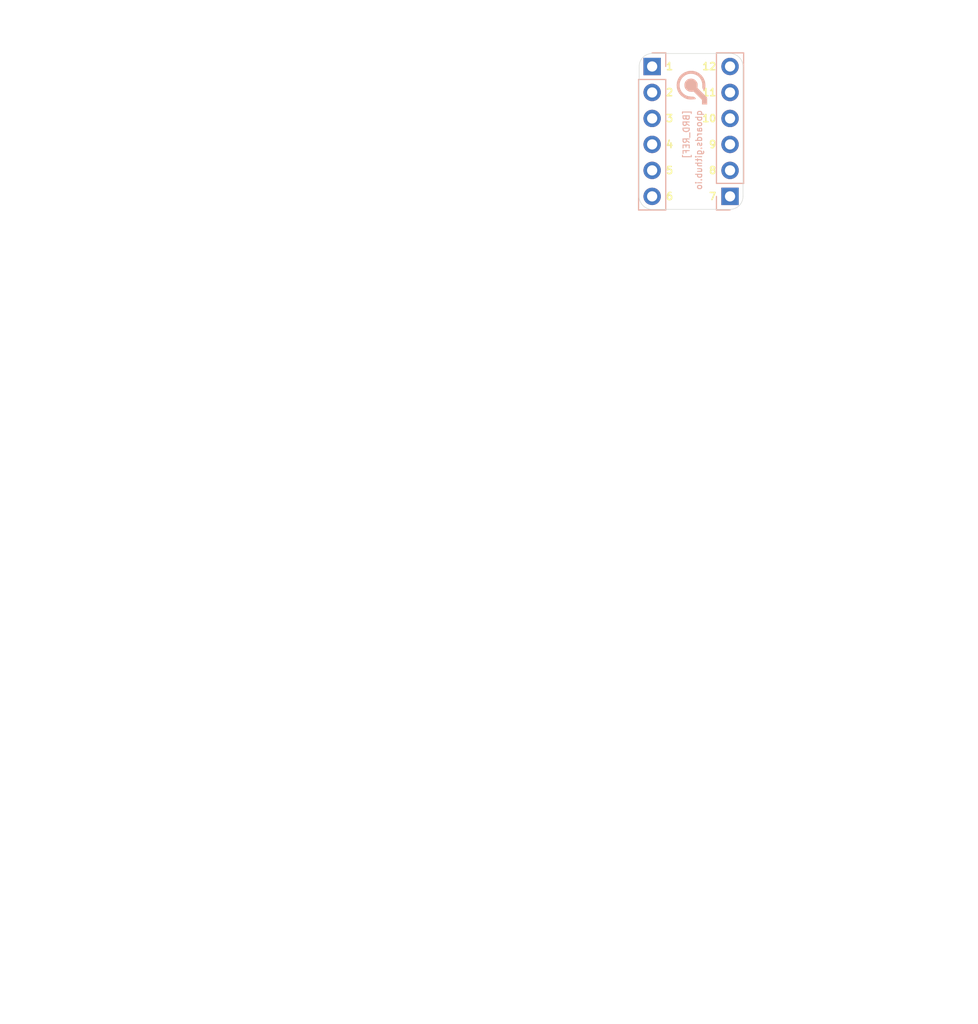
<source format=kicad_pcb>
(kicad_pcb (version 20171130) (host pcbnew "(5.1.2)-1")

  (general
    (thickness 1.2)
    (drawings 26)
    (tracks 0)
    (zones 0)
    (modules 4)
    (nets 1)
  )

  (page A4)
  (layers
    (0 F.Cu signal)
    (31 B.Cu signal hide)
    (32 B.Adhes user hide)
    (33 F.Adhes user hide)
    (34 B.Paste user hide)
    (35 F.Paste user)
    (36 B.SilkS user hide)
    (37 F.SilkS user)
    (38 B.Mask user hide)
    (39 F.Mask user)
    (40 Dwgs.User user hide)
    (41 Cmts.User user hide)
    (42 Eco1.User user hide)
    (43 Eco2.User user hide)
    (44 Edge.Cuts user)
    (45 Margin user hide)
    (46 B.CrtYd user hide)
    (47 F.CrtYd user)
    (48 B.Fab user hide)
    (49 F.Fab user)
  )

  (setup
    (last_trace_width 0.1524)
    (trace_clearance 0.1524)
    (zone_clearance 0.508)
    (zone_45_only no)
    (trace_min 0.1524)
    (via_size 0.8)
    (via_drill 0.4)
    (via_min_size 0.4)
    (via_min_drill 0.3048)
    (uvia_size 0.3)
    (uvia_drill 0.1)
    (uvias_allowed no)
    (uvia_min_size 0.2)
    (uvia_min_drill 0.1)
    (edge_width 0.05)
    (segment_width 0.2)
    (pcb_text_width 0.3)
    (pcb_text_size 1.5 1.5)
    (mod_edge_width 0.12)
    (mod_text_size 1 1)
    (mod_text_width 0.15)
    (pad_size 1.524 1.524)
    (pad_drill 0.762)
    (pad_to_mask_clearance 0.051)
    (solder_mask_min_width 0.25)
    (aux_axis_origin 0 0)
    (visible_elements FFFFEF7F)
    (pcbplotparams
      (layerselection 0x010fc_ffffffff)
      (usegerberextensions false)
      (usegerberattributes false)
      (usegerberadvancedattributes false)
      (creategerberjobfile false)
      (excludeedgelayer true)
      (linewidth 0.100000)
      (plotframeref false)
      (viasonmask false)
      (mode 1)
      (useauxorigin false)
      (hpglpennumber 1)
      (hpglpenspeed 20)
      (hpglpendiameter 15.000000)
      (psnegative false)
      (psa4output false)
      (plotreference true)
      (plotvalue true)
      (plotinvisibletext false)
      (padsonsilk false)
      (subtractmaskfromsilk false)
      (outputformat 1)
      (mirror false)
      (drillshape 1)
      (scaleselection 1)
      (outputdirectory ""))
  )

  (net 0 "")

  (net_class Default "This is the default net class."
    (clearance 0.1524)
    (trace_width 0.1524)
    (via_dia 0.8)
    (via_drill 0.4)
    (uvia_dia 0.3)
    (uvia_drill 0.1)
  )

  (module Connector_PinHeader_2.54mm:PinHeader_1x06_P2.54mm_Vertical (layer B.Cu) (tedit 59FED5CC) (tstamp 5CF8BDD6)
    (at 148.336 109.982)
    (descr "Through hole straight pin header, 1x06, 2.54mm pitch, single row")
    (tags "Through hole pin header THT 1x06 2.54mm single row")
    (fp_text reference REF** (at 0 2.33) (layer B.SilkS) hide
      (effects (font (size 1 1) (thickness 0.15)) (justify mirror))
    )
    (fp_text value PinHeader_1x06_P2.54mm_Vertical (at 0 -15.03) (layer B.Fab) hide
      (effects (font (size 1 1) (thickness 0.15)) (justify mirror))
    )
    (fp_line (start -0.635 1.27) (end 1.27 1.27) (layer B.Fab) (width 0.1))
    (fp_line (start 1.27 1.27) (end 1.27 -13.97) (layer B.Fab) (width 0.1))
    (fp_line (start 1.27 -13.97) (end -1.27 -13.97) (layer B.Fab) (width 0.1))
    (fp_line (start -1.27 -13.97) (end -1.27 0.635) (layer B.Fab) (width 0.1))
    (fp_line (start -1.27 0.635) (end -0.635 1.27) (layer B.Fab) (width 0.1))
    (fp_line (start -1.33 -14.03) (end 1.33 -14.03) (layer B.SilkS) (width 0.12))
    (fp_line (start -1.33 -1.27) (end -1.33 -14.03) (layer B.SilkS) (width 0.12))
    (fp_line (start 1.33 -1.27) (end 1.33 -14.03) (layer B.SilkS) (width 0.12))
    (fp_line (start -1.33 -1.27) (end 1.33 -1.27) (layer B.SilkS) (width 0.12))
    (fp_line (start -1.33 0) (end -1.33 1.33) (layer B.SilkS) (width 0.12))
    (fp_line (start -1.33 1.33) (end 0 1.33) (layer B.SilkS) (width 0.12))
    (fp_line (start -1.8 1.8) (end -1.8 -14.5) (layer B.CrtYd) (width 0.05))
    (fp_line (start -1.8 -14.5) (end 1.8 -14.5) (layer B.CrtYd) (width 0.05))
    (fp_line (start 1.8 -14.5) (end 1.8 1.8) (layer B.CrtYd) (width 0.05))
    (fp_line (start 1.8 1.8) (end -1.8 1.8) (layer B.CrtYd) (width 0.05))
    (fp_text user %R (at 0 -6.35 -90) (layer B.Fab) hide
      (effects (font (size 1 1) (thickness 0.15)) (justify mirror))
    )
    (pad 1 thru_hole rect (at 0 0) (size 1.7 1.7) (drill 1) (layers *.Cu *.Mask))
    (pad 2 thru_hole oval (at 0 -2.54) (size 1.7 1.7) (drill 1) (layers *.Cu *.Mask))
    (pad 3 thru_hole oval (at 0 -5.08) (size 1.7 1.7) (drill 1) (layers *.Cu *.Mask))
    (pad 4 thru_hole oval (at 0 -7.62) (size 1.7 1.7) (drill 1) (layers *.Cu *.Mask))
    (pad 5 thru_hole oval (at 0 -10.16) (size 1.7 1.7) (drill 1) (layers *.Cu *.Mask))
    (pad 6 thru_hole oval (at 0 -12.7) (size 1.7 1.7) (drill 1) (layers *.Cu *.Mask))
    (model ${KISYS3DMOD}/Connector_PinHeader_2.54mm.3dshapes/PinHeader_1x06_P2.54mm_Vertical.wrl
      (at (xyz 0 0 0))
      (scale (xyz 1 1 1))
      (rotate (xyz 0 0 0))
    )
  )

  (module Connector_PinHeader_2.54mm:PinHeader_1x06_P2.54mm_Vertical (layer B.Cu) (tedit 59FED5CC) (tstamp 5CF8BD2A)
    (at 140.716 97.282 180)
    (descr "Through hole straight pin header, 1x06, 2.54mm pitch, single row")
    (tags "Through hole pin header THT 1x06 2.54mm single row")
    (fp_text reference REF** (at 0 2.33) (layer B.SilkS) hide
      (effects (font (size 1 1) (thickness 0.15)) (justify mirror))
    )
    (fp_text value PinHeader_1x06_P2.54mm_Vertical (at 0 -15.03) (layer B.Fab) hide
      (effects (font (size 1 1) (thickness 0.15)) (justify mirror))
    )
    (fp_text user %R (at 0 -6.35 270) (layer B.Fab) hide
      (effects (font (size 1 1) (thickness 0.15)) (justify mirror))
    )
    (fp_line (start 1.8 1.8) (end -1.8 1.8) (layer B.CrtYd) (width 0.05))
    (fp_line (start 1.8 -14.5) (end 1.8 1.8) (layer B.CrtYd) (width 0.05))
    (fp_line (start -1.8 -14.5) (end 1.8 -14.5) (layer B.CrtYd) (width 0.05))
    (fp_line (start -1.8 1.8) (end -1.8 -14.5) (layer B.CrtYd) (width 0.05))
    (fp_line (start -1.33 1.33) (end 0 1.33) (layer B.SilkS) (width 0.12))
    (fp_line (start -1.33 0) (end -1.33 1.33) (layer B.SilkS) (width 0.12))
    (fp_line (start -1.33 -1.27) (end 1.33 -1.27) (layer B.SilkS) (width 0.12))
    (fp_line (start 1.33 -1.27) (end 1.33 -14.03) (layer B.SilkS) (width 0.12))
    (fp_line (start -1.33 -1.27) (end -1.33 -14.03) (layer B.SilkS) (width 0.12))
    (fp_line (start -1.33 -14.03) (end 1.33 -14.03) (layer B.SilkS) (width 0.12))
    (fp_line (start -1.27 0.635) (end -0.635 1.27) (layer B.Fab) (width 0.1))
    (fp_line (start -1.27 -13.97) (end -1.27 0.635) (layer B.Fab) (width 0.1))
    (fp_line (start 1.27 -13.97) (end -1.27 -13.97) (layer B.Fab) (width 0.1))
    (fp_line (start 1.27 1.27) (end 1.27 -13.97) (layer B.Fab) (width 0.1))
    (fp_line (start -0.635 1.27) (end 1.27 1.27) (layer B.Fab) (width 0.1))
    (pad 6 thru_hole oval (at 0 -12.7 180) (size 1.7 1.7) (drill 1) (layers *.Cu *.Mask))
    (pad 5 thru_hole oval (at 0 -10.16 180) (size 1.7 1.7) (drill 1) (layers *.Cu *.Mask))
    (pad 4 thru_hole oval (at 0 -7.62 180) (size 1.7 1.7) (drill 1) (layers *.Cu *.Mask))
    (pad 3 thru_hole oval (at 0 -5.08 180) (size 1.7 1.7) (drill 1) (layers *.Cu *.Mask))
    (pad 2 thru_hole oval (at 0 -2.54 180) (size 1.7 1.7) (drill 1) (layers *.Cu *.Mask))
    (pad 1 thru_hole rect (at 0 0 180) (size 1.7 1.7) (drill 1) (layers *.Cu *.Mask))
    (model ${KISYS3DMOD}/Connector_PinHeader_2.54mm.3dshapes/PinHeader_1x06_P2.54mm_Vertical.wrl
      (at (xyz 0 0 0))
      (scale (xyz 1 1 1))
      (rotate (xyz 0 0 0))
    )
  )

  (module qboards_aesthetics:breadboard-guide (layer F.Cu) (tedit 5CF80C42) (tstamp 5CF88CB1)
    (at 120.396 92.202)
    (fp_text reference REF** (at 53.34 10.16 90) (layer F.SilkS) hide
      (effects (font (size 1 1) (thickness 0.15)))
    )
    (fp_text value breadboard-guide (at -5.08 11.43 90) (layer F.Fab) hide
      (effects (font (size 1 1) (thickness 0.15)))
    )
    (fp_line (start 52.07 24.13) (end 52.07 -1.27) (layer F.Fab) (width 0.3))
    (fp_line (start -3.81 24.13) (end -3.81 -1.27) (layer F.Fab) (width 0.3))
    (fp_circle (center 15.24 22.86) (end 15.763634 22.86) (layer F.Fab) (width 0.4))
    (fp_circle (center 15.24 20.32) (end 15.763634 20.32) (layer F.Fab) (width 0.4))
    (fp_circle (center 15.24 17.78) (end 15.763634 17.78) (layer F.Fab) (width 0.4))
    (fp_circle (center 15.24 15.24) (end 15.763634 15.24) (layer F.Fab) (width 0.4))
    (fp_circle (center 15.24 12.7) (end 15.763634 12.7) (layer F.Fab) (width 0.4))
    (fp_circle (center 15.24 10.16) (end 15.763634 10.16) (layer F.Fab) (width 0.4))
    (fp_circle (center 15.24 7.62) (end 15.763634 7.62) (layer F.Fab) (width 0.4))
    (fp_circle (center 15.24 5.08) (end 15.763634 5.08) (layer F.Fab) (width 0.4))
    (fp_circle (center 15.24 2.54) (end 15.763634 2.54) (layer F.Fab) (width 0.4))
    (fp_circle (center 27.94 22.86) (end 28.463634 22.86) (layer F.Fab) (width 0.4))
    (fp_circle (center 27.94 20.32) (end 28.463634 20.32) (layer F.Fab) (width 0.4))
    (fp_circle (center 27.94 17.78) (end 28.463634 17.78) (layer F.Fab) (width 0.4))
    (fp_circle (center 27.94 15.24) (end 28.463634 15.24) (layer F.Fab) (width 0.4))
    (fp_circle (center 27.94 12.7) (end 28.463634 12.7) (layer F.Fab) (width 0.4))
    (fp_circle (center 27.94 10.16) (end 28.463634 10.16) (layer F.Fab) (width 0.4))
    (fp_circle (center 27.94 7.62) (end 28.463634 7.62) (layer F.Fab) (width 0.4))
    (fp_circle (center 27.94 5.08) (end 28.463634 5.08) (layer F.Fab) (width 0.4))
    (fp_circle (center 27.94 2.54) (end 28.463634 2.54) (layer F.Fab) (width 0.4))
    (fp_circle (center 2.524366 22.86) (end 3.048 22.86) (layer F.Fab) (width 0.4))
    (fp_circle (center 2.524366 20.32) (end 3.048 20.32) (layer F.Fab) (width 0.4))
    (fp_circle (center 2.524366 17.78) (end 3.048 17.78) (layer F.Fab) (width 0.4))
    (fp_circle (center 2.524366 15.24) (end 3.048 15.24) (layer F.Fab) (width 0.4))
    (fp_circle (center 2.524366 12.7) (end 3.048 12.7) (layer F.Fab) (width 0.4))
    (fp_circle (center 2.524366 10.16) (end 3.048 10.16) (layer F.Fab) (width 0.4))
    (fp_circle (center 2.524366 7.62) (end 3.048 7.62) (layer F.Fab) (width 0.4))
    (fp_circle (center 2.524366 5.08) (end 3.048 5.08) (layer F.Fab) (width 0.4))
    (fp_circle (center 2.524366 2.54) (end 3.048 2.54) (layer F.Fab) (width 0.4))
    (fp_circle (center 12.7 22.86) (end 13.223634 22.86) (layer F.Fab) (width 0.4))
    (fp_circle (center 12.7 20.32) (end 13.223634 20.32) (layer F.Fab) (width 0.4))
    (fp_circle (center 12.7 17.78) (end 13.223634 17.78) (layer F.Fab) (width 0.4))
    (fp_circle (center 12.7 15.24) (end 13.223634 15.24) (layer F.Fab) (width 0.4))
    (fp_circle (center 12.7 12.7) (end 13.223634 12.7) (layer F.Fab) (width 0.4))
    (fp_circle (center 12.7 10.16) (end 13.223634 10.16) (layer F.Fab) (width 0.4))
    (fp_circle (center 12.7 7.62) (end 13.223634 7.62) (layer F.Fab) (width 0.4))
    (fp_circle (center 12.7 5.08) (end 13.223634 5.08) (layer F.Fab) (width 0.4))
    (fp_circle (center 12.7 2.54) (end 13.223634 2.54) (layer F.Fab) (width 0.4))
    (fp_circle (center 17.78 22.86) (end 18.303634 22.86) (layer F.Fab) (width 0.4))
    (fp_circle (center 17.78 20.32) (end 18.303634 20.32) (layer F.Fab) (width 0.4))
    (fp_circle (center 17.78 17.78) (end 18.303634 17.78) (layer F.Fab) (width 0.4))
    (fp_circle (center 17.78 15.24) (end 18.303634 15.24) (layer F.Fab) (width 0.4))
    (fp_circle (center 17.78 12.7) (end 18.303634 12.7) (layer F.Fab) (width 0.4))
    (fp_circle (center 17.78 10.16) (end 18.303634 10.16) (layer F.Fab) (width 0.4))
    (fp_circle (center 17.78 7.62) (end 18.303634 7.62) (layer F.Fab) (width 0.4))
    (fp_circle (center 17.78 5.08) (end 18.303634 5.08) (layer F.Fab) (width 0.4))
    (fp_circle (center 17.78 2.54) (end 18.303634 2.54) (layer F.Fab) (width 0.4))
    (fp_circle (center 48.244366 22.86) (end 48.768 22.86) (layer F.Fab) (width 0.4))
    (fp_circle (center 48.244366 20.32) (end 48.768 20.32) (layer F.Fab) (width 0.4))
    (fp_circle (center 48.244366 17.78) (end 48.768 17.78) (layer F.Fab) (width 0.4))
    (fp_circle (center 48.244366 15.24) (end 48.768 15.24) (layer F.Fab) (width 0.4))
    (fp_circle (center 48.244366 12.7) (end 48.768 12.7) (layer F.Fab) (width 0.4))
    (fp_circle (center 48.244366 10.16) (end 48.768 10.16) (layer F.Fab) (width 0.4))
    (fp_circle (center 48.244366 7.62) (end 48.768 7.62) (layer F.Fab) (width 0.4))
    (fp_circle (center 48.244366 5.08) (end 48.768 5.08) (layer F.Fab) (width 0.4))
    (fp_circle (center 48.244366 2.54) (end 48.768 2.54) (layer F.Fab) (width 0.4))
    (fp_circle (center 45.72 22.86) (end 46.243634 22.86) (layer F.Fab) (width 0.4))
    (fp_circle (center 45.72 20.32) (end 46.243634 20.32) (layer F.Fab) (width 0.4))
    (fp_circle (center 45.72 17.78) (end 46.243634 17.78) (layer F.Fab) (width 0.4))
    (fp_circle (center 45.72 15.24) (end 46.243634 15.24) (layer F.Fab) (width 0.4))
    (fp_circle (center 45.72 12.7) (end 46.243634 12.7) (layer F.Fab) (width 0.4))
    (fp_circle (center 45.72 10.16) (end 46.243634 10.16) (layer F.Fab) (width 0.4))
    (fp_circle (center 45.72 7.62) (end 46.243634 7.62) (layer F.Fab) (width 0.4))
    (fp_circle (center 45.72 5.08) (end 46.243634 5.08) (layer F.Fab) (width 0.4))
    (fp_circle (center 45.72 2.54) (end 46.243634 2.54) (layer F.Fab) (width 0.4))
    (fp_circle (center 0 22.86) (end 0.523634 22.86) (layer F.Fab) (width 0.4))
    (fp_circle (center 0 20.32) (end 0.523634 20.32) (layer F.Fab) (width 0.4))
    (fp_circle (center 0 17.78) (end 0.523634 17.78) (layer F.Fab) (width 0.4))
    (fp_circle (center 0 15.24) (end 0.523634 15.24) (layer F.Fab) (width 0.4))
    (fp_circle (center 0 12.7) (end 0.523634 12.7) (layer F.Fab) (width 0.4))
    (fp_circle (center 0 10.16) (end 0.523634 10.16) (layer F.Fab) (width 0.4))
    (fp_circle (center 0 7.62) (end 0.523634 7.62) (layer F.Fab) (width 0.4))
    (fp_circle (center 0 5.08) (end 0.523634 5.08) (layer F.Fab) (width 0.4))
    (fp_circle (center 0 2.54) (end 0.523634 2.54) (layer F.Fab) (width 0.4))
    (fp_circle (center 20.304366 22.86) (end 20.828 22.86) (layer F.Fab) (width 0.4))
    (fp_circle (center 20.304366 20.32) (end 20.828 20.32) (layer F.Fab) (width 0.4))
    (fp_circle (center 20.304366 17.78) (end 20.828 17.78) (layer F.Fab) (width 0.4))
    (fp_circle (center 20.304366 15.24) (end 20.828 15.24) (layer F.Fab) (width 0.4))
    (fp_circle (center 20.304366 12.7) (end 20.828 12.7) (layer F.Fab) (width 0.4))
    (fp_circle (center 20.304366 10.16) (end 20.828 10.16) (layer F.Fab) (width 0.4))
    (fp_circle (center 20.304366 7.62) (end 20.828 7.62) (layer F.Fab) (width 0.4))
    (fp_circle (center 20.304366 5.08) (end 20.828 5.08) (layer F.Fab) (width 0.4))
    (fp_circle (center 20.304366 2.54) (end 20.828 2.54) (layer F.Fab) (width 0.4))
    (fp_circle (center 10.16 22.86) (end 10.683634 22.86) (layer F.Fab) (width 0.4))
    (fp_circle (center 10.16 20.32) (end 10.683634 20.32) (layer F.Fab) (width 0.4))
    (fp_circle (center 10.16 17.78) (end 10.683634 17.78) (layer F.Fab) (width 0.4))
    (fp_circle (center 10.16 15.24) (end 10.683634 15.24) (layer F.Fab) (width 0.4))
    (fp_circle (center 10.16 12.7) (end 10.683634 12.7) (layer F.Fab) (width 0.4))
    (fp_circle (center 10.16 10.16) (end 10.683634 10.16) (layer F.Fab) (width 0.4))
    (fp_circle (center 10.16 7.62) (end 10.683634 7.62) (layer F.Fab) (width 0.4))
    (fp_circle (center 10.16 5.08) (end 10.683634 5.08) (layer F.Fab) (width 0.4))
    (fp_circle (center 10.16 2.54) (end 10.683634 2.54) (layer F.Fab) (width 0.4))
    (fp_circle (center 33.02 22.86) (end 33.543634 22.86) (layer F.Fab) (width 0.4))
    (fp_circle (center 33.02 20.32) (end 33.543634 20.32) (layer F.Fab) (width 0.4))
    (fp_circle (center 33.02 17.78) (end 33.543634 17.78) (layer F.Fab) (width 0.4))
    (fp_circle (center 33.02 15.24) (end 33.543634 15.24) (layer F.Fab) (width 0.4))
    (fp_circle (center 33.02 12.7) (end 33.543634 12.7) (layer F.Fab) (width 0.4))
    (fp_circle (center 33.02 10.16) (end 33.543634 10.16) (layer F.Fab) (width 0.4))
    (fp_circle (center 33.02 7.62) (end 33.543634 7.62) (layer F.Fab) (width 0.4))
    (fp_circle (center 33.02 5.08) (end 33.543634 5.08) (layer F.Fab) (width 0.4))
    (fp_circle (center 33.02 2.54) (end 33.543634 2.54) (layer F.Fab) (width 0.4))
    (fp_circle (center 30.48 22.86) (end 31.003634 22.86) (layer F.Fab) (width 0.4))
    (fp_circle (center 30.48 20.32) (end 31.003634 20.32) (layer F.Fab) (width 0.4))
    (fp_circle (center 30.48 17.78) (end 31.003634 17.78) (layer F.Fab) (width 0.4))
    (fp_circle (center 30.48 15.24) (end 31.003634 15.24) (layer F.Fab) (width 0.4))
    (fp_circle (center 30.48 12.7) (end 31.003634 12.7) (layer F.Fab) (width 0.4))
    (fp_circle (center 30.48 10.16) (end 31.003634 10.16) (layer F.Fab) (width 0.4))
    (fp_circle (center 30.48 7.62) (end 31.003634 7.62) (layer F.Fab) (width 0.4))
    (fp_circle (center 30.48 5.08) (end 31.003634 5.08) (layer F.Fab) (width 0.4))
    (fp_circle (center 30.48 2.54) (end 31.003634 2.54) (layer F.Fab) (width 0.4))
    (fp_circle (center 35.56 22.86) (end 36.083634 22.86) (layer F.Fab) (width 0.4))
    (fp_circle (center 35.56 20.32) (end 36.083634 20.32) (layer F.Fab) (width 0.4))
    (fp_circle (center 35.56 17.78) (end 36.083634 17.78) (layer F.Fab) (width 0.4))
    (fp_circle (center 35.56 15.24) (end 36.083634 15.24) (layer F.Fab) (width 0.4))
    (fp_circle (center 35.56 12.7) (end 36.083634 12.7) (layer F.Fab) (width 0.4))
    (fp_circle (center 35.56 10.16) (end 36.083634 10.16) (layer F.Fab) (width 0.4))
    (fp_circle (center 35.56 7.62) (end 36.083634 7.62) (layer F.Fab) (width 0.4))
    (fp_circle (center 35.56 5.08) (end 36.083634 5.08) (layer F.Fab) (width 0.4))
    (fp_circle (center 35.56 2.54) (end 36.083634 2.54) (layer F.Fab) (width 0.4))
    (fp_circle (center 38.084366 22.86) (end 38.608 22.86) (layer F.Fab) (width 0.4))
    (fp_circle (center 38.084366 20.32) (end 38.608 20.32) (layer F.Fab) (width 0.4))
    (fp_circle (center 38.084366 17.78) (end 38.608 17.78) (layer F.Fab) (width 0.4))
    (fp_circle (center 38.084366 15.24) (end 38.608 15.24) (layer F.Fab) (width 0.4))
    (fp_circle (center 38.084366 12.7) (end 38.608 12.7) (layer F.Fab) (width 0.4))
    (fp_circle (center 38.084366 10.16) (end 38.608 10.16) (layer F.Fab) (width 0.4))
    (fp_circle (center 38.084366 7.62) (end 38.608 7.62) (layer F.Fab) (width 0.4))
    (fp_circle (center 38.084366 5.08) (end 38.608 5.08) (layer F.Fab) (width 0.4))
    (fp_circle (center 38.084366 2.54) (end 38.608 2.54) (layer F.Fab) (width 0.4))
    (fp_circle (center 10.16 0) (end 10.683634 0) (layer F.Fab) (width 0.4))
    (fp_circle (center 15.24 0) (end 15.763634 0) (layer F.Fab) (width 0.4))
    (fp_circle (center 12.7 0) (end 13.223634 0) (layer F.Fab) (width 0.4))
    (fp_circle (center 17.78 0) (end 18.303634 0) (layer F.Fab) (width 0.4))
    (fp_circle (center 20.304366 0) (end 20.828 0) (layer F.Fab) (width 0.4))
    (fp_circle (center 2.524366 0) (end 3.048 0) (layer F.Fab) (width 0.4))
    (fp_circle (center 0 0) (end 0.523634 0) (layer F.Fab) (width 0.4))
    (fp_circle (center 45.72 0) (end 46.243634 0) (layer F.Fab) (width 0.4))
    (fp_circle (center 48.244366 0) (end 48.768 0) (layer F.Fab) (width 0.4))
    (fp_circle (center 27.94 0) (end 28.463634 0) (layer F.Fab) (width 0.4))
    (fp_circle (center 30.48 0) (end 31.003634 0) (layer F.Fab) (width 0.4))
    (fp_circle (center 33.02 0) (end 33.543634 0) (layer F.Fab) (width 0.4))
    (fp_circle (center 35.56 0) (end 36.083634 0) (layer F.Fab) (width 0.4))
    (fp_circle (center 38.084366 0) (end 38.608 0) (layer F.Fab) (width 0.4))
  )

  (module qboards_aesthetics:logo_url-3mm (layer B.Cu) (tedit 5CF579B1) (tstamp 5CF87F55)
    (at 144.526 99.06 270)
    (fp_text reference [BRD_REF] (at 2.4384 0.4572 90) (layer B.SilkS)
      (effects (font (size 0.6 0.6) (thickness 0.1)) (justify left mirror))
    )
    (fp_text value LOGO_BRD_REF (at 0 -2.3622 90) (layer B.SilkS) hide
      (effects (font (size 0.6 0.6) (thickness 0.1)) (justify mirror))
    )
    (fp_text user qboards.github.io (at 2.4384 -0.762 90) (layer B.SilkS)
      (effects (font (size 0.6 0.6) (thickness 0.1)) (justify left mirror))
    )
    (fp_poly (pts (xy 0.301751 1.394461) (xy 0.582667 1.316111) (xy 0.844161 1.176542) (xy 1.075553 0.974514)
      (xy 1.266161 0.708785) (xy 1.303875 0.636973) (xy 1.37773 0.475836) (xy 1.419998 0.342842)
      (xy 1.439126 0.20029) (xy 1.443566 0.013664) (xy 1.439594 -0.157438) (xy 1.429078 -0.303015)
      (xy 1.414115 -0.396238) (xy 1.410711 -0.406392) (xy 1.383931 -0.456332) (xy 1.348489 -0.45341)
      (xy 1.279461 -0.394371) (xy 1.273128 -0.388429) (xy 1.21484 -0.321997) (xy 1.182885 -0.243632)
      (xy 1.169652 -0.126196) (xy 1.16747 -0.011671) (xy 1.130012 0.29018) (xy 1.02716 0.553497)
      (xy 0.869991 0.773577) (xy 0.669584 0.945712) (xy 0.437018 1.065199) (xy 0.183372 1.127332)
      (xy -0.080277 1.127405) (xy -0.342849 1.060714) (xy -0.593266 0.922552) (xy -0.738616 0.797882)
      (xy -0.922376 0.561969) (xy -1.032169 0.306442) (xy -1.072891 0.042499) (xy -1.049439 -0.218666)
      (xy -0.966708 -0.465853) (xy -0.829594 -0.687868) (xy -0.642992 -0.873513) (xy -0.411797 -1.011592)
      (xy -0.140906 -1.090908) (xy 0.09333 -1.104832) (xy 0.248968 -1.102978) (xy 0.34842 -1.116252)
      (xy 0.419803 -1.151909) (xy 0.478353 -1.204178) (xy 0.587693 -1.313518) (xy 0.422963 -1.359256)
      (xy 0.178868 -1.397375) (xy -0.090528 -1.392549) (xy -0.338117 -1.345713) (xy -0.343492 -1.344052)
      (xy -0.660977 -1.204782) (xy -0.925946 -1.007348) (xy -1.132568 -0.76185) (xy -1.275016 -0.47839)
      (xy -1.347458 -0.167068) (xy -1.344068 0.162016) (xy -1.311358 0.333052) (xy -1.193529 0.648479)
      (xy -1.020362 0.911375) (xy -0.802536 1.1205) (xy -0.550731 1.274612) (xy -0.275628 1.372471)
      (xy 0.012092 1.412834) (xy 0.301751 1.394461)) (layer B.SilkS) (width 0.01))
    (fp_poly (pts (xy 0.229107 0.630267) (xy 0.384132 0.565267) (xy 0.392712 0.559141) (xy 0.571873 0.387566)
      (xy 0.671563 0.193924) (xy 0.695785 -0.029709) (xy 0.695247 -0.039303) (xy 0.681566 -0.260639)
      (xy 1.082897 -0.66372) (xy 1.484227 -1.0668) (xy 1.9304 -1.0668) (xy 1.9304 -1.5748)
      (xy 1.272852 -1.5748) (xy 0.794695 -1.095283) (xy 0.316537 -0.615765) (xy 0.096885 -0.633387)
      (xy -0.056582 -0.636172) (xy -0.169617 -0.608257) (xy -0.267041 -0.551988) (xy -0.441484 -0.406408)
      (xy -0.543765 -0.250165) (xy -0.585771 -0.062377) (xy -0.588434 0.0127) (xy -0.563995 0.217089)
      (xy -0.482479 0.383076) (xy -0.331592 0.533767) (xy -0.296964 0.560417) (xy -0.146721 0.627908)
      (xy 0.040396 0.651169) (xy 0.229107 0.630267)) (layer B.SilkS) (width 0.01))
  )

  (dimension 1.524 (width 0.12) (layer Dwgs.User)
    (gr_text "1,524 mm" (at 141.478 89.154) (layer Dwgs.User)
      (effects (font (size 1 1) (thickness 0.15)))
    )
    (feature1 (pts (xy 142.24 97.282) (xy 142.24 89.837579)))
    (feature2 (pts (xy 140.716 97.282) (xy 140.716 89.837579)))
    (crossbar (pts (xy 140.716 90.424) (xy 142.24 90.424)))
    (arrow1a (pts (xy 142.24 90.424) (xy 141.113496 91.010421)))
    (arrow1b (pts (xy 142.24 90.424) (xy 141.113496 89.837579)))
    (arrow2a (pts (xy 140.716 90.424) (xy 141.842504 91.010421)))
    (arrow2b (pts (xy 140.716 90.424) (xy 141.842504 89.837579)))
  )
  (dimension 1.27 (width 0.12) (layer Dwgs.User)
    (gr_text "1,270 mm" (at 127.254 96.647 90) (layer Dwgs.User)
      (effects (font (size 1 1) (thickness 0.15)))
    )
    (feature1 (pts (xy 139.446 96.012) (xy 127.937579 96.012)))
    (feature2 (pts (xy 139.446 97.282) (xy 127.937579 97.282)))
    (crossbar (pts (xy 128.524 97.282) (xy 128.524 96.012)))
    (arrow1a (pts (xy 128.524 96.012) (xy 129.110421 97.138504)))
    (arrow1b (pts (xy 128.524 96.012) (xy 127.937579 97.138504)))
    (arrow2a (pts (xy 128.524 97.282) (xy 129.110421 96.155496)))
    (arrow2b (pts (xy 128.524 97.282) (xy 127.937579 96.155496)))
  )
  (dimension 15.24 (width 0.12) (layer Dwgs.User)
    (gr_text "15,240 mm" (at 162.306 103.632 90) (layer Dwgs.User) (tstamp 5CF8C41E)
      (effects (font (size 1 1) (thickness 0.15)))
    )
    (feature1 (pts (xy 148.082 96.012) (xy 161.622421 96.012)))
    (feature2 (pts (xy 148.082 111.252) (xy 161.622421 111.252)))
    (crossbar (pts (xy 161.036 111.252) (xy 161.036 96.012)))
    (arrow1a (pts (xy 161.036 96.012) (xy 161.622421 97.138504)))
    (arrow1b (pts (xy 161.036 96.012) (xy 160.449579 97.138504)))
    (arrow2a (pts (xy 161.036 111.252) (xy 161.622421 110.125496)))
    (arrow2b (pts (xy 161.036 111.252) (xy 160.449579 110.125496)))
  )
  (dimension 10.16 (width 0.12) (layer Dwgs.User)
    (gr_text "10,160 mm" (at 144.526 120.396) (layer Dwgs.User)
      (effects (font (size 1 1) (thickness 0.15)))
    )
    (feature1 (pts (xy 149.606 109.728) (xy 149.606 119.712421)))
    (feature2 (pts (xy 139.446 109.728) (xy 139.446 119.712421)))
    (crossbar (pts (xy 139.446 119.126) (xy 149.606 119.126)))
    (arrow1a (pts (xy 149.606 119.126) (xy 148.479496 119.712421)))
    (arrow1b (pts (xy 149.606 119.126) (xy 148.479496 118.539579)))
    (arrow2a (pts (xy 139.446 119.126) (xy 140.572504 119.712421)))
    (arrow2b (pts (xy 139.446 119.126) (xy 140.572504 118.539579)))
  )
  (gr_text 12 (at 147.066 97.282) (layer F.SilkS) (tstamp 5CF8A61B)
    (effects (font (size 0.7 0.7) (thickness 0.15)) (justify right))
  )
  (gr_text 7 (at 147.066 109.982) (layer F.SilkS) (tstamp 5CF8A61A)
    (effects (font (size 0.7 0.7) (thickness 0.15)) (justify right))
  )
  (gr_text 10 (at 147.066 102.362) (layer F.SilkS) (tstamp 5CF8A619)
    (effects (font (size 0.7 0.7) (thickness 0.15)) (justify right))
  )
  (gr_text 11 (at 147.066 99.822) (layer F.SilkS) (tstamp 5CF8A618)
    (effects (font (size 0.7 0.7) (thickness 0.15)) (justify right))
  )
  (gr_text 9 (at 147.066 104.902) (layer F.SilkS) (tstamp 5CF8A617)
    (effects (font (size 0.7 0.7) (thickness 0.15)) (justify right))
  )
  (gr_text 8 (at 147.066 107.442) (layer F.SilkS) (tstamp 5CF8A616)
    (effects (font (size 0.7 0.7) (thickness 0.15)) (justify right))
  )
  (gr_text 6 (at 141.986 109.982) (layer F.SilkS) (tstamp 5CF89958)
    (effects (font (size 0.7 0.7) (thickness 0.15)) (justify left))
  )
  (gr_text 5 (at 141.986 107.442) (layer F.SilkS) (tstamp 5CF89956)
    (effects (font (size 0.7 0.7) (thickness 0.15)) (justify left))
  )
  (gr_text 4 (at 141.986 104.902) (layer F.SilkS) (tstamp 5CF89954)
    (effects (font (size 0.7 0.7) (thickness 0.15)) (justify left))
  )
  (gr_text 3 (at 141.986 102.362) (layer F.SilkS) (tstamp 5CF89952)
    (effects (font (size 0.7 0.7) (thickness 0.15)) (justify left))
  )
  (gr_text 2 (at 141.986 99.822) (layer F.SilkS) (tstamp 5CF89950)
    (effects (font (size 0.7 0.7) (thickness 0.15)) (justify left))
  )
  (gr_text 1 (at 141.986 97.282) (layer F.SilkS)
    (effects (font (size 0.7 0.7) (thickness 0.15)) (justify left))
  )
  (gr_arc (start 140.716 97.282) (end 140.716 96.012) (angle -90) (layer Edge.Cuts) (width 0.05))
  (gr_arc (start 140.716 109.982) (end 139.446 109.982) (angle -90) (layer Edge.Cuts) (width 0.05))
  (gr_arc (start 148.336 109.982) (end 148.336 111.252) (angle -90) (layer Edge.Cuts) (width 0.05))
  (gr_arc (start 148.336 97.282) (end 149.606 97.282) (angle -90) (layer Edge.Cuts) (width 0.05))
  (gr_text "QBoard Template [BRD_REF]" (at 109.728 189.484) (layer F.Fab)
    (effects (font (size 1.5 1.5) (thickness 0.3)) (justify left mirror))
  )
  (gr_text "Description of the board" (at 117.602 168.91) (layer F.Fab)
    (effects (font (size 1.5 1.5) (thickness 0.3)) (justify left mirror))
  )
  (gr_line (start 148.336 111.252) (end 140.716 111.252) (layer Edge.Cuts) (width 0.05) (tstamp 5CF87AAE))
  (gr_line (start 149.606 97.282) (end 149.606 109.982) (layer Edge.Cuts) (width 0.05) (tstamp 5CF87AAD))
  (gr_line (start 140.716 96.012) (end 148.336 96.012) (layer Edge.Cuts) (width 0.05) (tstamp 5CF87AAC))
  (gr_line (start 139.446 97.282) (end 139.446 109.982) (layer Edge.Cuts) (width 0.05) (tstamp 5CF87AA1))

)

</source>
